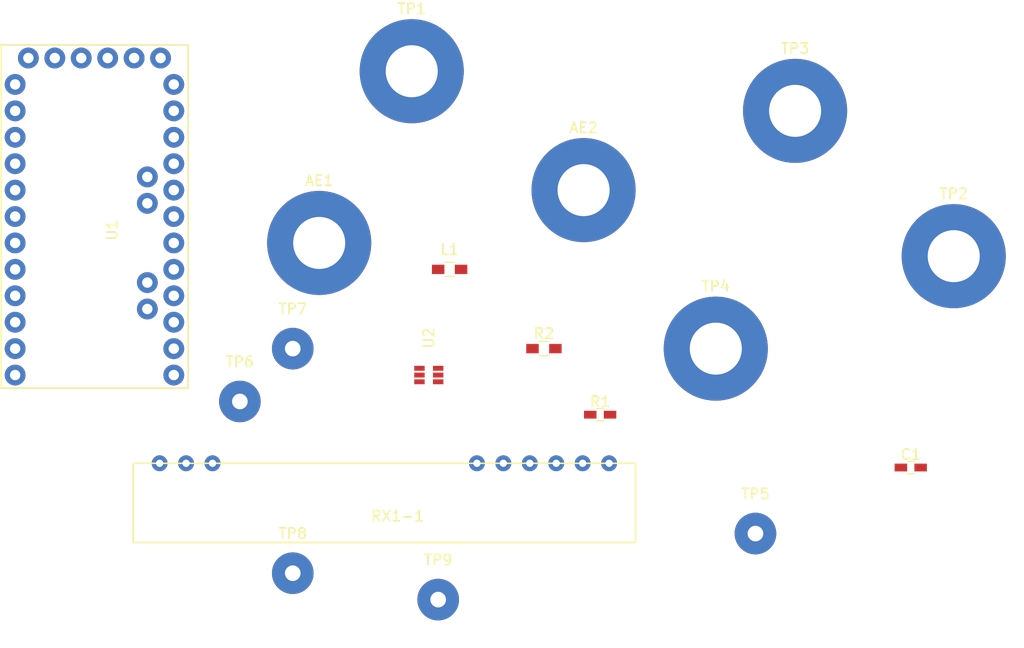
<source format=kicad_pcb>
(kicad_pcb (version 4) (host pcbnew 4.0.7)

  (general
    (links 27)
    (no_connects 14)
    (area 0 0 0 0)
    (thickness 1.6)
    (drawings 0)
    (tracks 0)
    (zones 0)
    (modules 18)
    (nets 42)
  )

  (page A4)
  (layers
    (0 F.Cu signal)
    (31 B.Cu signal)
    (32 B.Adhes user)
    (33 F.Adhes user)
    (34 B.Paste user)
    (35 F.Paste user)
    (36 B.SilkS user)
    (37 F.SilkS user)
    (38 B.Mask user)
    (39 F.Mask user)
    (40 Dwgs.User user)
    (41 Cmts.User user)
    (42 Eco1.User user)
    (43 Eco2.User user)
    (44 Edge.Cuts user)
    (45 Margin user)
    (46 B.CrtYd user)
    (47 F.CrtYd user)
    (48 B.Fab user)
    (49 F.Fab user)
  )

  (setup
    (last_trace_width 0.25)
    (trace_clearance 0.2)
    (zone_clearance 0.508)
    (zone_45_only no)
    (trace_min 0.2)
    (segment_width 0.2)
    (edge_width 0.15)
    (via_size 0.6)
    (via_drill 0.4)
    (via_min_size 0.4)
    (via_min_drill 0.3)
    (uvia_size 0.3)
    (uvia_drill 0.1)
    (uvias_allowed no)
    (uvia_min_size 0.2)
    (uvia_min_drill 0.1)
    (pcb_text_width 0.3)
    (pcb_text_size 1.5 1.5)
    (mod_edge_width 0.15)
    (mod_text_size 1 1)
    (mod_text_width 0.15)
    (pad_size 1.524 1.524)
    (pad_drill 0.762)
    (pad_to_mask_clearance 0.2)
    (aux_axis_origin 0 0)
    (visible_elements FFFFFF7F)
    (pcbplotparams
      (layerselection 0x00030_80000001)
      (usegerberextensions false)
      (excludeedgelayer true)
      (linewidth 0.100000)
      (plotframeref false)
      (viasonmask false)
      (mode 1)
      (useauxorigin false)
      (hpglpennumber 1)
      (hpglpenspeed 20)
      (hpglpendiameter 15)
      (hpglpenoverlay 2)
      (psnegative false)
      (psa4output false)
      (plotreference true)
      (plotvalue true)
      (plotinvisibletext false)
      (padsonsilk false)
      (subtractmaskfromsilk false)
      (outputformat 1)
      (mirror false)
      (drillshape 1)
      (scaleselection 1)
      (outputdirectory ""))
  )

  (net 0 "")
  (net 1 /RF_Right)
  (net 2 /RF_Left)
  (net 3 /Control/RF_CLK)
  (net 4 GND)
  (net 5 "Net-(L1-Pad1)")
  (net 6 "Net-(L1-Pad2)")
  (net 7 /RF_Switched)
  (net 8 +3V3)
  (net 9 "Net-(RX1-1-Pad5)")
  (net 10 "Net-(RX1-1-Pad8)")
  (net 11 "Net-(RX1-1-Pad9)")
  (net 12 "Net-(TP5-Pad1)")
  (net 13 "Net-(U1-Pad1)")
  (net 14 "Net-(U1-Pad2)")
  (net 15 "Net-(U1-Pad3)")
  (net 16 "Net-(U1-Pad5)")
  (net 17 "Net-(U1-Pad6)")
  (net 18 "Net-(U1-Pad7)")
  (net 19 "Net-(U1-Pad8)")
  (net 20 "Net-(U1-Pad9)")
  (net 21 "Net-(U1-Pad10)")
  (net 22 "Net-(U1-Pad11)")
  (net 23 "Net-(U1-Pad12)")
  (net 24 "Net-(U1-Pad14)")
  (net 25 "Net-(U1-Pad15)")
  (net 26 "Net-(U1-Pad16)")
  (net 27 "Net-(U1-Pad17)")
  (net 28 "Net-(U1-Pad18)")
  (net 29 "Net-(U1-Pad19)")
  (net 30 "Net-(U1-Pad20)")
  (net 31 "Net-(U1-Pad22)")
  (net 32 "Net-(U1-Pad25)")
  (net 33 "Net-(U1-Pad26)")
  (net 34 "Net-(U1-Pad27)")
  (net 35 "Net-(U1-Pad28)")
  (net 36 "Net-(U1-Pad29)")
  (net 37 "Net-(U1-Pad30)")
  (net 38 "Net-(U1-Pad31)")
  (net 39 "Net-(U1-Pad32)")
  (net 40 "Net-(U1-Pad33)")
  (net 41 "Net-(U1-Pad34)")

  (net_class Default "This is the default net class."
    (clearance 0.2)
    (trace_width 0.25)
    (via_dia 0.6)
    (via_drill 0.4)
    (uvia_dia 0.3)
    (uvia_drill 0.1)
    (add_net +3V3)
    (add_net /Control/RF_CLK)
    (add_net /RF_Left)
    (add_net /RF_Right)
    (add_net /RF_Switched)
    (add_net GND)
    (add_net "Net-(L1-Pad1)")
    (add_net "Net-(L1-Pad2)")
    (add_net "Net-(RX1-1-Pad5)")
    (add_net "Net-(RX1-1-Pad8)")
    (add_net "Net-(RX1-1-Pad9)")
    (add_net "Net-(TP5-Pad1)")
    (add_net "Net-(U1-Pad1)")
    (add_net "Net-(U1-Pad10)")
    (add_net "Net-(U1-Pad11)")
    (add_net "Net-(U1-Pad12)")
    (add_net "Net-(U1-Pad14)")
    (add_net "Net-(U1-Pad15)")
    (add_net "Net-(U1-Pad16)")
    (add_net "Net-(U1-Pad17)")
    (add_net "Net-(U1-Pad18)")
    (add_net "Net-(U1-Pad19)")
    (add_net "Net-(U1-Pad2)")
    (add_net "Net-(U1-Pad20)")
    (add_net "Net-(U1-Pad22)")
    (add_net "Net-(U1-Pad25)")
    (add_net "Net-(U1-Pad26)")
    (add_net "Net-(U1-Pad27)")
    (add_net "Net-(U1-Pad28)")
    (add_net "Net-(U1-Pad29)")
    (add_net "Net-(U1-Pad3)")
    (add_net "Net-(U1-Pad30)")
    (add_net "Net-(U1-Pad31)")
    (add_net "Net-(U1-Pad32)")
    (add_net "Net-(U1-Pad33)")
    (add_net "Net-(U1-Pad34)")
    (add_net "Net-(U1-Pad5)")
    (add_net "Net-(U1-Pad6)")
    (add_net "Net-(U1-Pad7)")
    (add_net "Net-(U1-Pad8)")
    (add_net "Net-(U1-Pad9)")
  )

  (module Mounting_Holes:MountingHole_5mm_Pad (layer F.Cu) (tedit 56D1B4CB) (tstamp 5B119438)
    (at 140.97 88.9)
    (descr "Mounting Hole 5mm")
    (tags "mounting hole 5mm")
    (path /5B116DE7)
    (attr virtual)
    (fp_text reference AE1 (at 0 -6) (layer F.SilkS)
      (effects (font (size 1 1) (thickness 0.15)))
    )
    (fp_text value Antenna_Right (at 0 6) (layer F.Fab)
      (effects (font (size 1 1) (thickness 0.15)))
    )
    (fp_text user %R (at 0.3 0) (layer F.Fab)
      (effects (font (size 1 1) (thickness 0.15)))
    )
    (fp_circle (center 0 0) (end 5 0) (layer Cmts.User) (width 0.15))
    (fp_circle (center 0 0) (end 5.25 0) (layer F.CrtYd) (width 0.05))
    (pad 1 thru_hole circle (at 0 0) (size 10 10) (drill 5) (layers *.Cu *.Mask)
      (net 1 /RF_Right))
  )

  (module Mounting_Holes:MountingHole_5mm_Pad (layer F.Cu) (tedit 56D1B4CB) (tstamp 5B11943D)
    (at 166.37 83.82)
    (descr "Mounting Hole 5mm")
    (tags "mounting hole 5mm")
    (path /5B116E1C)
    (attr virtual)
    (fp_text reference AE2 (at 0 -6) (layer F.SilkS)
      (effects (font (size 1 1) (thickness 0.15)))
    )
    (fp_text value Antenna_Left (at 0 6) (layer F.Fab)
      (effects (font (size 1 1) (thickness 0.15)))
    )
    (fp_text user %R (at 0.3 0) (layer F.Fab)
      (effects (font (size 1 1) (thickness 0.15)))
    )
    (fp_circle (center 0 0) (end 5 0) (layer Cmts.User) (width 0.15))
    (fp_circle (center 0 0) (end 5.25 0) (layer F.CrtYd) (width 0.05))
    (pad 1 thru_hole circle (at 0 0) (size 10 10) (drill 5) (layers *.Cu *.Mask)
      (net 2 /RF_Left))
  )

  (module Capacitors_SMD:C_0603_HandSoldering (layer F.Cu) (tedit 58AA848B) (tstamp 5B119443)
    (at 197.8 110.49)
    (descr "Capacitor SMD 0603, hand soldering")
    (tags "capacitor 0603")
    (path /5B116A04/5B118A86)
    (attr smd)
    (fp_text reference C1 (at 0 -1.25) (layer F.SilkS)
      (effects (font (size 1 1) (thickness 0.15)))
    )
    (fp_text value 1nF (at 0 1.5) (layer F.Fab)
      (effects (font (size 1 1) (thickness 0.15)))
    )
    (fp_text user %R (at 0 -1.25) (layer F.Fab)
      (effects (font (size 1 1) (thickness 0.15)))
    )
    (fp_line (start -0.8 0.4) (end -0.8 -0.4) (layer F.Fab) (width 0.1))
    (fp_line (start 0.8 0.4) (end -0.8 0.4) (layer F.Fab) (width 0.1))
    (fp_line (start 0.8 -0.4) (end 0.8 0.4) (layer F.Fab) (width 0.1))
    (fp_line (start -0.8 -0.4) (end 0.8 -0.4) (layer F.Fab) (width 0.1))
    (fp_line (start -0.35 -0.6) (end 0.35 -0.6) (layer F.SilkS) (width 0.12))
    (fp_line (start 0.35 0.6) (end -0.35 0.6) (layer F.SilkS) (width 0.12))
    (fp_line (start -1.8 -0.65) (end 1.8 -0.65) (layer F.CrtYd) (width 0.05))
    (fp_line (start -1.8 -0.65) (end -1.8 0.65) (layer F.CrtYd) (width 0.05))
    (fp_line (start 1.8 0.65) (end 1.8 -0.65) (layer F.CrtYd) (width 0.05))
    (fp_line (start 1.8 0.65) (end -1.8 0.65) (layer F.CrtYd) (width 0.05))
    (pad 1 smd rect (at -0.95 0) (size 1.2 0.75) (layers F.Cu F.Paste F.Mask)
      (net 3 /Control/RF_CLK))
    (pad 2 smd rect (at 0.95 0) (size 1.2 0.75) (layers F.Cu F.Paste F.Mask)
      (net 4 GND))
    (model Capacitors_SMD.3dshapes/C_0603.wrl
      (at (xyz 0 0 0))
      (scale (xyz 1 1 1))
      (rotate (xyz 0 0 0))
    )
  )

  (module Inductors_SMD:L_0603_HandSoldering (layer F.Cu) (tedit 58307AEF) (tstamp 5B119449)
    (at 153.5 91.44)
    (descr "Resistor SMD 0603, hand soldering")
    (tags "resistor 0603")
    (path /5B116A04/5B118983)
    (attr smd)
    (fp_text reference L1 (at 0 -1.9) (layer F.SilkS)
      (effects (font (size 1 1) (thickness 0.15)))
    )
    (fp_text value 1.2uH (at 0 1.9) (layer F.Fab)
      (effects (font (size 1 1) (thickness 0.15)))
    )
    (fp_text user %R (at 0 0) (layer F.Fab)
      (effects (font (size 0.4 0.4) (thickness 0.075)))
    )
    (fp_line (start -0.8 0.4) (end -0.8 -0.4) (layer F.Fab) (width 0.1))
    (fp_line (start 0.8 0.4) (end -0.8 0.4) (layer F.Fab) (width 0.1))
    (fp_line (start 0.8 -0.4) (end 0.8 0.4) (layer F.Fab) (width 0.1))
    (fp_line (start -0.8 -0.4) (end 0.8 -0.4) (layer F.Fab) (width 0.1))
    (fp_line (start -2 -0.8) (end 2 -0.8) (layer F.CrtYd) (width 0.05))
    (fp_line (start -2 0.8) (end 2 0.8) (layer F.CrtYd) (width 0.05))
    (fp_line (start -2 -0.8) (end -2 0.8) (layer F.CrtYd) (width 0.05))
    (fp_line (start 2 -0.8) (end 2 0.8) (layer F.CrtYd) (width 0.05))
    (fp_line (start 0.5 0.68) (end -0.5 0.68) (layer F.SilkS) (width 0.12))
    (fp_line (start -0.5 -0.68) (end 0.5 -0.68) (layer F.SilkS) (width 0.12))
    (pad 1 smd rect (at -1.1 0) (size 1.2 0.9) (layers F.Cu F.Paste F.Mask)
      (net 5 "Net-(L1-Pad1)"))
    (pad 2 smd rect (at 1.1 0) (size 1.2 0.9) (layers F.Cu F.Paste F.Mask)
      (net 6 "Net-(L1-Pad2)"))
    (model ${KISYS3DMOD}/Inductors_SMD.3dshapes/L_0603.wrl
      (at (xyz 0 0 0))
      (scale (xyz 1 1 1))
      (rotate (xyz 0 0 0))
    )
  )

  (module Capacitors_SMD:C_0603_HandSoldering (layer F.Cu) (tedit 58AA848B) (tstamp 5B11944F)
    (at 167.96 105.41)
    (descr "Capacitor SMD 0603, hand soldering")
    (tags "capacitor 0603")
    (path /5B116A04/5B118A00)
    (attr smd)
    (fp_text reference R1 (at 0 -1.25) (layer F.SilkS)
      (effects (font (size 1 1) (thickness 0.15)))
    )
    (fp_text value 22k (at 0 1.5) (layer F.Fab)
      (effects (font (size 1 1) (thickness 0.15)))
    )
    (fp_text user %R (at 0 -1.25) (layer F.Fab)
      (effects (font (size 1 1) (thickness 0.15)))
    )
    (fp_line (start -0.8 0.4) (end -0.8 -0.4) (layer F.Fab) (width 0.1))
    (fp_line (start 0.8 0.4) (end -0.8 0.4) (layer F.Fab) (width 0.1))
    (fp_line (start 0.8 -0.4) (end 0.8 0.4) (layer F.Fab) (width 0.1))
    (fp_line (start -0.8 -0.4) (end 0.8 -0.4) (layer F.Fab) (width 0.1))
    (fp_line (start -0.35 -0.6) (end 0.35 -0.6) (layer F.SilkS) (width 0.12))
    (fp_line (start 0.35 0.6) (end -0.35 0.6) (layer F.SilkS) (width 0.12))
    (fp_line (start -1.8 -0.65) (end 1.8 -0.65) (layer F.CrtYd) (width 0.05))
    (fp_line (start -1.8 -0.65) (end -1.8 0.65) (layer F.CrtYd) (width 0.05))
    (fp_line (start 1.8 0.65) (end 1.8 -0.65) (layer F.CrtYd) (width 0.05))
    (fp_line (start 1.8 0.65) (end -1.8 0.65) (layer F.CrtYd) (width 0.05))
    (pad 1 smd rect (at -0.95 0) (size 1.2 0.75) (layers F.Cu F.Paste F.Mask)
      (net 5 "Net-(L1-Pad1)"))
    (pad 2 smd rect (at 0.95 0) (size 1.2 0.75) (layers F.Cu F.Paste F.Mask)
      (net 4 GND))
    (model Capacitors_SMD.3dshapes/C_0603.wrl
      (at (xyz 0 0 0))
      (scale (xyz 1 1 1))
      (rotate (xyz 0 0 0))
    )
  )

  (module Resistors_SMD:R_0603_HandSoldering (layer F.Cu) (tedit 58E0A804) (tstamp 5B119455)
    (at 162.56 99.06)
    (descr "Resistor SMD 0603, hand soldering")
    (tags "resistor 0603")
    (path /5B116A04/5B118A39)
    (attr smd)
    (fp_text reference R2 (at 0 -1.45) (layer F.SilkS)
      (effects (font (size 1 1) (thickness 0.15)))
    )
    (fp_text value 470 (at 0 1.55) (layer F.Fab)
      (effects (font (size 1 1) (thickness 0.15)))
    )
    (fp_text user %R (at 0 0) (layer F.Fab)
      (effects (font (size 0.4 0.4) (thickness 0.075)))
    )
    (fp_line (start -0.8 0.4) (end -0.8 -0.4) (layer F.Fab) (width 0.1))
    (fp_line (start 0.8 0.4) (end -0.8 0.4) (layer F.Fab) (width 0.1))
    (fp_line (start 0.8 -0.4) (end 0.8 0.4) (layer F.Fab) (width 0.1))
    (fp_line (start -0.8 -0.4) (end 0.8 -0.4) (layer F.Fab) (width 0.1))
    (fp_line (start 0.5 0.68) (end -0.5 0.68) (layer F.SilkS) (width 0.12))
    (fp_line (start -0.5 -0.68) (end 0.5 -0.68) (layer F.SilkS) (width 0.12))
    (fp_line (start -1.96 -0.7) (end 1.95 -0.7) (layer F.CrtYd) (width 0.05))
    (fp_line (start -1.96 -0.7) (end -1.96 0.7) (layer F.CrtYd) (width 0.05))
    (fp_line (start 1.95 0.7) (end 1.95 -0.7) (layer F.CrtYd) (width 0.05))
    (fp_line (start 1.95 0.7) (end -1.96 0.7) (layer F.CrtYd) (width 0.05))
    (pad 1 smd rect (at -1.1 0) (size 1.2 0.9) (layers F.Cu F.Paste F.Mask)
      (net 3 /Control/RF_CLK))
    (pad 2 smd rect (at 1.1 0) (size 1.2 0.9) (layers F.Cu F.Paste F.Mask)
      (net 5 "Net-(L1-Pad1)"))
    (model ${KISYS3DMOD}/Resistors_SMD.3dshapes/R_0603.wrl
      (at (xyz 0 0 0))
      (scale (xyz 1 1 1))
      (rotate (xyz 0 0 0))
    )
  )

  (module "HHDF Library:Radiometrix_Through" (layer F.Cu) (tedit 5B1192D3) (tstamp 5B119466)
    (at 148.5011 105.0036)
    (path /5B116AB4/5B118F06)
    (fp_text reference RX1-1 (at 0 10.16) (layer F.SilkS)
      (effects (font (size 1 1) (thickness 0.15)))
    )
    (fp_text value Radiometrix_Receiver (at 0 7.62) (layer F.Fab)
      (effects (font (size 1 1) (thickness 0.15)))
    )
    (fp_line (start -25.4 5.08) (end -25.4 12.7) (layer F.SilkS) (width 0.15))
    (fp_line (start -25.4 12.7) (end 22.86 12.7) (layer F.SilkS) (width 0.15))
    (fp_line (start 22.86 12.7) (end 22.86 5.08) (layer F.SilkS) (width 0.15))
    (fp_line (start 22.86 5.08) (end -25.4 5.08) (layer F.SilkS) (width 0.15))
    (pad 1 thru_hole circle (at -22.86 5.08) (size 1.524 1.524) (drill 0.7) (layers *.Cu *.Mask)
      (net 7 /RF_Switched))
    (pad 2 thru_hole circle (at -20.32 5.08) (size 1.524 1.524) (drill 0.7) (layers *.Cu *.Mask)
      (net 4 GND))
    (pad 3 thru_hole circle (at -17.78 5.08) (size 1.524 1.524) (drill 0.7) (layers *.Cu *.Mask)
      (net 4 GND))
    (pad 4 thru_hole circle (at 7.62 5.08) (size 1.524 1.524) (drill 0.7) (layers *.Cu *.Mask)
      (net 8 +3V3))
    (pad 5 thru_hole circle (at 10.16 5.08) (size 1.524 1.524) (drill 0.7) (layers *.Cu *.Mask)
      (net 9 "Net-(RX1-1-Pad5)"))
    (pad 6 thru_hole circle (at 12.7 5.08) (size 1.524 1.524) (drill 0.7) (layers *.Cu *.Mask)
      (net 4 GND))
    (pad 7 thru_hole circle (at 15.24 5.08) (size 1.524 1.524) (drill 0.7) (layers *.Cu *.Mask)
      (net 8 +3V3))
    (pad 8 thru_hole circle (at 17.78 5.08) (size 1.524 1.524) (drill 0.7) (layers *.Cu *.Mask)
      (net 10 "Net-(RX1-1-Pad8)"))
    (pad 9 thru_hole circle (at 20.32 5.08) (size 1.524 1.524) (drill 0.7) (layers *.Cu *.Mask)
      (net 11 "Net-(RX1-1-Pad9)"))
  )

  (module Mounting_Holes:MountingHole_5mm_Pad (layer F.Cu) (tedit 56D1B4CB) (tstamp 5B11946B)
    (at 149.86 72.39)
    (descr "Mounting Hole 5mm")
    (tags "mounting hole 5mm")
    (path /5B11705C)
    (attr virtual)
    (fp_text reference TP1 (at 0 -6) (layer F.SilkS)
      (effects (font (size 1 1) (thickness 0.15)))
    )
    (fp_text value Antenna_Right_GND (at 0 6) (layer F.Fab)
      (effects (font (size 1 1) (thickness 0.15)))
    )
    (fp_text user %R (at 0.3 0) (layer F.Fab)
      (effects (font (size 1 1) (thickness 0.15)))
    )
    (fp_circle (center 0 0) (end 5 0) (layer Cmts.User) (width 0.15))
    (fp_circle (center 0 0) (end 5.25 0) (layer F.CrtYd) (width 0.05))
    (pad 1 thru_hole circle (at 0 0) (size 10 10) (drill 5) (layers *.Cu *.Mask)
      (net 4 GND))
  )

  (module Mounting_Holes:MountingHole_5mm_Pad (layer F.Cu) (tedit 56D1B4CB) (tstamp 5B119470)
    (at 201.93 90.17)
    (descr "Mounting Hole 5mm")
    (tags "mounting hole 5mm")
    (path /5B116F21)
    (attr virtual)
    (fp_text reference TP2 (at 0 -6) (layer F.SilkS)
      (effects (font (size 1 1) (thickness 0.15)))
    )
    (fp_text value Antenna_Left_GND (at 0 6) (layer F.Fab)
      (effects (font (size 1 1) (thickness 0.15)))
    )
    (fp_text user %R (at 0.3 0) (layer F.Fab)
      (effects (font (size 1 1) (thickness 0.15)))
    )
    (fp_circle (center 0 0) (end 5 0) (layer Cmts.User) (width 0.15))
    (fp_circle (center 0 0) (end 5.25 0) (layer F.CrtYd) (width 0.05))
    (pad 1 thru_hole circle (at 0 0) (size 10 10) (drill 5) (layers *.Cu *.Mask)
      (net 4 GND))
  )

  (module Mounting_Holes:MountingHole_5mm_Pad (layer F.Cu) (tedit 56D1B4CB) (tstamp 5B119475)
    (at 186.69 76.2)
    (descr "Mounting Hole 5mm")
    (tags "mounting hole 5mm")
    (path /5B116A04/5B119641)
    (attr virtual)
    (fp_text reference TP3 (at 0 -6) (layer F.SilkS)
      (effects (font (size 1 1) (thickness 0.15)))
    )
    (fp_text value RF_OUT (at 0 6) (layer F.Fab)
      (effects (font (size 1 1) (thickness 0.15)))
    )
    (fp_text user %R (at 0.3 0) (layer F.Fab)
      (effects (font (size 1 1) (thickness 0.15)))
    )
    (fp_circle (center 0 0) (end 5 0) (layer Cmts.User) (width 0.15))
    (fp_circle (center 0 0) (end 5.25 0) (layer F.CrtYd) (width 0.05))
    (pad 1 thru_hole circle (at 0 0) (size 10 10) (drill 5) (layers *.Cu *.Mask)
      (net 7 /RF_Switched))
  )

  (module Mounting_Holes:MountingHole_5mm_Pad (layer F.Cu) (tedit 56D1B4CB) (tstamp 5B11947A)
    (at 179.07 99.06)
    (descr "Mounting Hole 5mm")
    (tags "mounting hole 5mm")
    (path /5B116A04/5B11967E)
    (attr virtual)
    (fp_text reference TP4 (at 0 -6) (layer F.SilkS)
      (effects (font (size 1 1) (thickness 0.15)))
    )
    (fp_text value RF_GND (at 0 6) (layer F.Fab)
      (effects (font (size 1 1) (thickness 0.15)))
    )
    (fp_text user %R (at 0.3 0) (layer F.Fab)
      (effects (font (size 1 1) (thickness 0.15)))
    )
    (fp_circle (center 0 0) (end 5 0) (layer Cmts.User) (width 0.15))
    (fp_circle (center 0 0) (end 5.25 0) (layer F.CrtYd) (width 0.05))
    (pad 1 thru_hole circle (at 0 0) (size 10 10) (drill 5) (layers *.Cu *.Mask)
      (net 4 GND))
  )

  (module Wire_Pads:SolderWirePad_single_1-5mmDrill (layer F.Cu) (tedit 0) (tstamp 5B11947F)
    (at 182.88 116.84)
    (path /5B116A04/5B118778)
    (fp_text reference TP5 (at 0 -3.81) (layer F.SilkS)
      (effects (font (size 1 1) (thickness 0.15)))
    )
    (fp_text value Batt+ (at -0.635 3.81) (layer F.Fab)
      (effects (font (size 1 1) (thickness 0.15)))
    )
    (pad 1 thru_hole circle (at 0 0) (size 4.0005 4.0005) (drill 1.50114) (layers *.Cu *.Mask)
      (net 12 "Net-(TP5-Pad1)"))
  )

  (module Wire_Pads:SolderWirePad_single_1-5mmDrill (layer F.Cu) (tedit 0) (tstamp 5B119484)
    (at 133.35 104.14)
    (path /5B116A04/5B1187A5)
    (fp_text reference TP6 (at 0 -3.81) (layer F.SilkS)
      (effects (font (size 1 1) (thickness 0.15)))
    )
    (fp_text value Batt- (at -0.635 3.81) (layer F.Fab)
      (effects (font (size 1 1) (thickness 0.15)))
    )
    (pad 1 thru_hole circle (at 0 0) (size 4.0005 4.0005) (drill 1.50114) (layers *.Cu *.Mask)
      (net 4 GND))
  )

  (module Wire_Pads:SolderWirePad_single_1-5mmDrill (layer F.Cu) (tedit 0) (tstamp 5B119489)
    (at 138.43 99.06)
    (path /5B116AB4/5B119157)
    (fp_text reference TP7 (at 0 -3.81) (layer F.SilkS)
      (effects (font (size 1 1) (thickness 0.15)))
    )
    (fp_text value "Audio Out" (at -0.635 3.81) (layer F.Fab)
      (effects (font (size 1 1) (thickness 0.15)))
    )
    (pad 1 thru_hole circle (at 0 0) (size 4.0005 4.0005) (drill 1.50114) (layers *.Cu *.Mask)
      (net 10 "Net-(RX1-1-Pad8)"))
  )

  (module Wire_Pads:SolderWirePad_single_1-5mmDrill (layer F.Cu) (tedit 0) (tstamp 5B11948E)
    (at 138.43 120.65)
    (path /5B116AB4/5B1191DD)
    (fp_text reference TP8 (at 0 -3.81) (layer F.SilkS)
      (effects (font (size 1 1) (thickness 0.15)))
    )
    (fp_text value "Audio GND" (at -0.635 3.81) (layer F.Fab)
      (effects (font (size 1 1) (thickness 0.15)))
    )
    (pad 1 thru_hole circle (at 0 0) (size 4.0005 4.0005) (drill 1.50114) (layers *.Cu *.Mask)
      (net 4 GND))
  )

  (module Wire_Pads:SolderWirePad_single_1-5mmDrill (layer F.Cu) (tedit 0) (tstamp 5B119493)
    (at 152.4 123.19)
    (path /5B116AB4/5B1191AE)
    (fp_text reference TP9 (at 0 -3.81) (layer F.SilkS)
      (effects (font (size 1 1) (thickness 0.15)))
    )
    (fp_text value "Audio Vcc" (at -0.635 3.81) (layer F.Fab)
      (effects (font (size 1 1) (thickness 0.15)))
    )
    (pad 1 thru_hole circle (at 0 0) (size 4.0005 4.0005) (drill 1.50114) (layers *.Cu *.Mask)
      (net 8 +3V3))
  )

  (module "HHDF Library:ArduinoProMini" (layer F.Cu) (tedit 59820C6F) (tstamp 5B1194B9)
    (at 119.46 87.66)
    (path /5B116A04/5B1180C3)
    (fp_text reference U1 (at 1.6 0 90) (layer F.SilkS)
      (effects (font (size 1 1) (thickness 0.15)))
    )
    (fp_text value ArduinoProMini (at -1.7 -0.1 90) (layer F.Fab)
      (effects (font (size 1 1) (thickness 0.15)))
    )
    (fp_line (start -9.08 -17.8) (end 8.92 -17.8) (layer F.SilkS) (width 0.15))
    (fp_line (start 8.92 -17.8) (end 8.92 15.2) (layer F.SilkS) (width 0.15))
    (fp_line (start -9.08 15.2) (end 8.92 15.2) (layer F.SilkS) (width 0.15))
    (fp_line (start -9.08 15.2) (end -9.08 -17.8) (layer F.SilkS) (width 0.15))
    (pad 1 thru_hole circle (at -7.7 -14) (size 2 2) (drill 1) (layers *.Cu *.Mask)
      (net 13 "Net-(U1-Pad1)"))
    (pad 2 thru_hole circle (at -7.7 -11.46) (size 2 2) (drill 1) (layers *.Cu *.Mask)
      (net 14 "Net-(U1-Pad2)"))
    (pad 3 thru_hole circle (at -7.7 -8.92) (size 2 2) (drill 1) (layers *.Cu *.Mask)
      (net 15 "Net-(U1-Pad3)"))
    (pad 4 thru_hole circle (at -7.7 -6.38) (size 2 2) (drill 1) (layers *.Cu *.Mask)
      (net 4 GND))
    (pad 5 thru_hole circle (at -7.7 -3.84) (size 2 2) (drill 1) (layers *.Cu *.Mask)
      (net 16 "Net-(U1-Pad5)"))
    (pad 6 thru_hole circle (at -7.7 -1.3) (size 2 2) (drill 1) (layers *.Cu *.Mask)
      (net 17 "Net-(U1-Pad6)"))
    (pad 7 thru_hole circle (at -7.7 1.24) (size 2 2) (drill 1) (layers *.Cu *.Mask)
      (net 18 "Net-(U1-Pad7)"))
    (pad 8 thru_hole circle (at -7.7 3.78) (size 2 2) (drill 1) (layers *.Cu *.Mask)
      (net 19 "Net-(U1-Pad8)"))
    (pad 9 thru_hole circle (at -7.7 6.32) (size 2 2) (drill 1) (layers *.Cu *.Mask)
      (net 20 "Net-(U1-Pad9)"))
    (pad 10 thru_hole circle (at -7.7 8.86) (size 2 2) (drill 1) (layers *.Cu *.Mask)
      (net 21 "Net-(U1-Pad10)"))
    (pad 11 thru_hole circle (at -7.7 11.4) (size 2 2) (drill 1) (layers *.Cu *.Mask)
      (net 22 "Net-(U1-Pad11)"))
    (pad 12 thru_hole circle (at -7.7 13.94) (size 2 2) (drill 1) (layers *.Cu *.Mask)
      (net 23 "Net-(U1-Pad12)"))
    (pad 13 thru_hole circle (at 7.54 13.94) (size 2 2) (drill 1) (layers *.Cu *.Mask)
      (net 3 /Control/RF_CLK))
    (pad 14 thru_hole circle (at 7.54 11.4) (size 2 2) (drill 1) (layers *.Cu *.Mask)
      (net 24 "Net-(U1-Pad14)"))
    (pad 15 thru_hole circle (at 7.54 8.86) (size 2 2) (drill 1) (layers *.Cu *.Mask)
      (net 25 "Net-(U1-Pad15)"))
    (pad 16 thru_hole circle (at 7.54 6.32) (size 2 2) (drill 1) (layers *.Cu *.Mask)
      (net 26 "Net-(U1-Pad16)"))
    (pad 17 thru_hole circle (at 7.54 3.78) (size 2 2) (drill 1) (layers *.Cu *.Mask)
      (net 27 "Net-(U1-Pad17)"))
    (pad 18 thru_hole circle (at 7.54 1.24) (size 2 2) (drill 1) (layers *.Cu *.Mask)
      (net 28 "Net-(U1-Pad18)"))
    (pad 19 thru_hole circle (at 7.54 -1.3) (size 2 2) (drill 1) (layers *.Cu *.Mask)
      (net 29 "Net-(U1-Pad19)"))
    (pad 20 thru_hole circle (at 7.54 -3.84) (size 2 2) (drill 1) (layers *.Cu *.Mask)
      (net 30 "Net-(U1-Pad20)"))
    (pad 21 thru_hole circle (at 7.54 -6.38) (size 2 2) (drill 1) (layers *.Cu *.Mask)
      (net 8 +3V3))
    (pad 22 thru_hole circle (at 7.54 -8.92) (size 2 2) (drill 1) (layers *.Cu *.Mask)
      (net 31 "Net-(U1-Pad22)"))
    (pad 23 thru_hole circle (at 7.54 -11.46) (size 2 2) (drill 1) (layers *.Cu *.Mask)
      (net 4 GND))
    (pad 24 thru_hole circle (at 7.54 -14) (size 2 2) (drill 1) (layers *.Cu *.Mask)
      (net 12 "Net-(TP5-Pad1)"))
    (pad 25 thru_hole circle (at 6.27 -16.54) (size 2 2) (drill 1) (layers *.Cu *.Mask)
      (net 32 "Net-(U1-Pad25)"))
    (pad 26 thru_hole circle (at 3.73 -16.54) (size 2 2) (drill 1) (layers *.Cu *.Mask)
      (net 33 "Net-(U1-Pad26)"))
    (pad 27 thru_hole circle (at 1.19 -16.54) (size 2 2) (drill 1) (layers *.Cu *.Mask)
      (net 34 "Net-(U1-Pad27)"))
    (pad 28 thru_hole circle (at -1.35 -16.54) (size 2 2) (drill 1) (layers *.Cu *.Mask)
      (net 35 "Net-(U1-Pad28)"))
    (pad 29 thru_hole circle (at -3.89 -16.54) (size 2 2) (drill 1) (layers *.Cu *.Mask)
      (net 36 "Net-(U1-Pad29)"))
    (pad 30 thru_hole circle (at -6.43 -16.54) (size 2 2) (drill 1) (layers *.Cu *.Mask)
      (net 37 "Net-(U1-Pad30)"))
    (pad 31 thru_hole circle (at 5 7.59) (size 2 2) (drill 1) (layers *.Cu *.Mask)
      (net 38 "Net-(U1-Pad31)"))
    (pad 32 thru_hole circle (at 5 5.05) (size 2 2) (drill 1) (layers *.Cu *.Mask)
      (net 39 "Net-(U1-Pad32)"))
    (pad 33 thru_hole circle (at 5 -2.57) (size 2 2) (drill 1) (layers *.Cu *.Mask)
      (net 40 "Net-(U1-Pad33)"))
    (pad 34 thru_hole circle (at 5 -5.11) (size 2 2) (drill 1) (layers *.Cu *.Mask)
      (net 41 "Net-(U1-Pad34)"))
  )

  (module "HHDF Library:PE4259" (layer F.Cu) (tedit 5B118B94) (tstamp 5B1194C3)
    (at 151.5 101.6 90)
    (path /5B116A04/5B117CB2)
    (fp_text reference U2 (at 3.556 0 90) (layer F.SilkS)
      (effects (font (size 1 1) (thickness 0.15)))
    )
    (fp_text value PE4259 (at 0 -2.794 90) (layer F.Fab)
      (effects (font (size 1 1) (thickness 0.15)))
    )
    (pad 1 smd rect (at -0.65 0.9 90) (size 0.47 1) (layers F.Cu F.Paste F.Mask)
      (net 1 /RF_Right))
    (pad 2 smd rect (at 0 0.9 90) (size 0.47 1) (layers F.Cu F.Paste F.Mask)
      (net 4 GND))
    (pad 3 smd rect (at 0.65 0.9 90) (size 0.47 1) (layers F.Cu F.Paste F.Mask)
      (net 2 /RF_Left))
    (pad 5 smd rect (at 0 -0.9 90) (size 0.47 1) (layers F.Cu F.Paste F.Mask)
      (net 7 /RF_Switched))
    (pad 6 smd rect (at 0.65 -0.9 90) (size 0.47 1) (layers F.Cu F.Paste F.Mask)
      (net 8 +3V3))
    (pad 4 smd rect (at -0.65 -0.9 90) (size 0.47 1) (layers F.Cu F.Paste F.Mask)
      (net 6 "Net-(L1-Pad2)"))
  )

)

</source>
